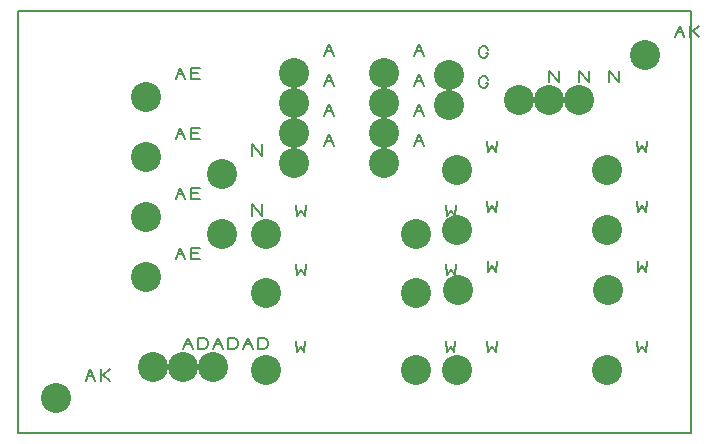
<source format=gbr>
G04 DesignSpark PCB Gerber Version 11.0 Build 5877*
%FSLAX35Y35*%
%MOIN*%
%ADD10C,0.00500*%
%ADD28C,0.10000*%
X0Y0D02*
D02*
D10*
X12848Y11667D02*
X237258D01*
Y152219D01*
X12848D01*
Y11667D01*
X35447Y29022D02*
X37009Y32772D01*
X38572Y29022D01*
X36072Y30585D02*
X37947D01*
X40447Y29022D02*
Y32772D01*
Y30897D02*
X41384D01*
X43572Y32772D01*
X41384Y30897D02*
X43572Y29022D01*
X65506Y69534D02*
X67069Y73284D01*
X68631Y69534D01*
X66131Y71096D02*
X68006D01*
X70506Y69534D02*
Y73284D01*
X73631D01*
X73006Y71409D02*
X70506D01*
Y69534D02*
X73631D01*
X65506Y89534D02*
X67069Y93284D01*
X68631Y89534D01*
X66131Y91096D02*
X68006D01*
X70506Y89534D02*
Y93284D01*
X73631D01*
X73006Y91409D02*
X70506D01*
Y89534D02*
X73631D01*
X65506Y109534D02*
X67069Y113284D01*
X68631Y109534D01*
X66131Y111096D02*
X68006D01*
X70506Y109534D02*
Y113284D01*
X73631D01*
X73006Y111409D02*
X70506D01*
Y109534D02*
X73631D01*
X65506Y129534D02*
X67069Y133284D01*
X68631Y129534D01*
X66131Y131096D02*
X68006D01*
X70506Y129534D02*
Y133284D01*
X73631D01*
X73006Y131409D02*
X70506D01*
Y129534D02*
X73631D01*
X67967Y39494D02*
X69529Y43244D01*
X71092Y39494D01*
X68592Y41057D02*
X70467D01*
X72967Y39494D02*
Y43244D01*
X74842D01*
X75467Y42932D01*
X75779Y42620D01*
X76092Y41994D01*
Y40744D01*
X75779Y40120D01*
X75467Y39807D01*
X74842Y39494D01*
X72967D01*
X77967D02*
X79529Y43244D01*
X81092Y39494D01*
X78592Y41057D02*
X80467D01*
X82967Y39494D02*
Y43244D01*
X84842D01*
X85467Y42932D01*
X85779Y42620D01*
X86092Y41994D01*
Y40744D01*
X85779Y40120D01*
X85467Y39807D01*
X84842Y39494D01*
X82967D01*
X87967D02*
X89529Y43244D01*
X91092Y39494D01*
X88592Y41057D02*
X90467D01*
X92967Y39494D02*
Y43244D01*
X94842D01*
X95467Y42932D01*
X95779Y42620D01*
X96092Y41994D01*
Y40744D01*
X95779Y40120D01*
X95467Y39807D01*
X94842Y39494D01*
X92967D01*
X90959Y83983D02*
Y87733D01*
X94084Y83983D01*
Y87733D01*
X90959Y103983D02*
Y107733D01*
X94084Y103983D01*
Y107733D01*
X105526Y42221D02*
X105838Y38471D01*
X107088Y40346D01*
X108338Y38471D01*
X108651Y42221D01*
X105644Y67851D02*
X105956Y64101D01*
X107206Y65976D01*
X108456Y64101D01*
X108769Y67851D01*
X105644Y87536D02*
X105956Y83786D01*
X107206Y85661D01*
X108456Y83786D01*
X108769Y87536D01*
X115014Y107369D02*
X116576Y111119D01*
X118139Y107369D01*
X115639Y108931D02*
X117514D01*
X115014Y117369D02*
X116576Y121119D01*
X118139Y117369D01*
X115639Y118931D02*
X117514D01*
X115014Y127369D02*
X116576Y131119D01*
X118139Y127369D01*
X115639Y128931D02*
X117514D01*
X115014Y137369D02*
X116576Y141119D01*
X118139Y137369D01*
X115639Y138931D02*
X117514D01*
X145014Y107369D02*
X146576Y111119D01*
X148139Y107369D01*
X145639Y108931D02*
X147514D01*
X145014Y117369D02*
X146576Y121119D01*
X148139Y117369D01*
X145639Y118931D02*
X147514D01*
X145014Y127369D02*
X146576Y131119D01*
X148139Y127369D01*
X145639Y128931D02*
X147514D01*
X145014Y137369D02*
X146576Y141119D01*
X148139Y137369D01*
X145639Y138931D02*
X147514D01*
X155526Y42221D02*
X155838Y38471D01*
X157088Y40346D01*
X158338Y38471D01*
X158651Y42221D01*
X155644Y67851D02*
X155956Y64101D01*
X157206Y65976D01*
X158456Y64101D01*
X158769Y67851D01*
X155644Y87536D02*
X155956Y83786D01*
X157206Y85661D01*
X158456Y83786D01*
X158769Y87536D01*
X168737Y128222D02*
X169674D01*
Y127910D01*
X169362Y127285D01*
X169049Y126972D01*
X168424Y126660D01*
X167799D01*
X167174Y126972D01*
X166862Y127285D01*
X166549Y127910D01*
Y129160D01*
X166862Y129785D01*
X167174Y130098D01*
X167799Y130410D01*
X168424D01*
X169049Y130098D01*
X169362Y129785D01*
X169674Y129160D01*
X168737Y138222D02*
X169674D01*
Y137910D01*
X169362Y137285D01*
X169049Y136972D01*
X168424Y136660D01*
X167799D01*
X167174Y136972D01*
X166862Y137285D01*
X166549Y137910D01*
Y139160D01*
X166862Y139785D01*
X167174Y140098D01*
X167799Y140410D01*
X168424D01*
X169049Y140098D01*
X169362Y139785D01*
X169674Y139160D01*
X169305Y42221D02*
X169618Y38471D01*
X170868Y40346D01*
X172118Y38471D01*
X172430Y42221D01*
X169384Y89032D02*
X169696Y85282D01*
X170946Y87157D01*
X172196Y85282D01*
X172509Y89032D01*
X169384Y109032D02*
X169696Y105282D01*
X170946Y107157D01*
X172196Y105282D01*
X172509Y109032D01*
X169423Y69032D02*
X169736Y65282D01*
X170986Y67157D01*
X172236Y65282D01*
X172548Y69032D01*
X190014Y128628D02*
Y132378D01*
X193139Y128628D01*
Y132378D01*
X200014Y128628D02*
Y132378D01*
X203139Y128628D01*
Y132378D01*
X210014Y128628D02*
Y132378D01*
X213139Y128628D01*
Y132378D01*
X219305Y42221D02*
X219618Y38471D01*
X220868Y40346D01*
X222118Y38471D01*
X222430Y42221D01*
X219384Y89032D02*
X219696Y85282D01*
X220946Y87157D01*
X222196Y85282D01*
X222509Y89032D01*
X219384Y109032D02*
X219696Y105282D01*
X220946Y107157D01*
X222196Y105282D01*
X222509Y109032D01*
X219423Y69032D02*
X219736Y65282D01*
X220986Y67157D01*
X222236Y65282D01*
X222548Y69032D01*
X231904Y143589D02*
X233466Y147339D01*
X235029Y143589D01*
X232529Y145152D02*
X234404D01*
X236904Y143589D02*
Y147339D01*
Y145464D02*
X237841D01*
X240029Y147339D01*
X237841Y145464D02*
X240029Y143589D01*
D02*
D28*
X25447Y23085D03*
X55506Y63596D03*
Y83596D03*
Y103596D03*
Y123596D03*
X57967Y33557D03*
X67967D03*
X77967D03*
X80959Y78045D03*
Y98045D03*
X95526Y32533D03*
X95644Y58163D03*
Y77848D03*
X105014Y101431D03*
Y111431D03*
Y121431D03*
Y131431D03*
X135014Y101431D03*
Y111431D03*
Y121431D03*
Y131431D03*
X145526Y32533D03*
X145644Y58163D03*
Y77848D03*
X156549Y120722D03*
Y130722D03*
X159305Y32533D03*
X159384Y79344D03*
Y99344D03*
X159423Y59344D03*
X180014Y122691D03*
X190014D03*
X200014D03*
X209305Y32533D03*
X209384Y79344D03*
Y99344D03*
X209423Y59344D03*
X221904Y137652D03*
X0Y0D02*
M02*

</source>
